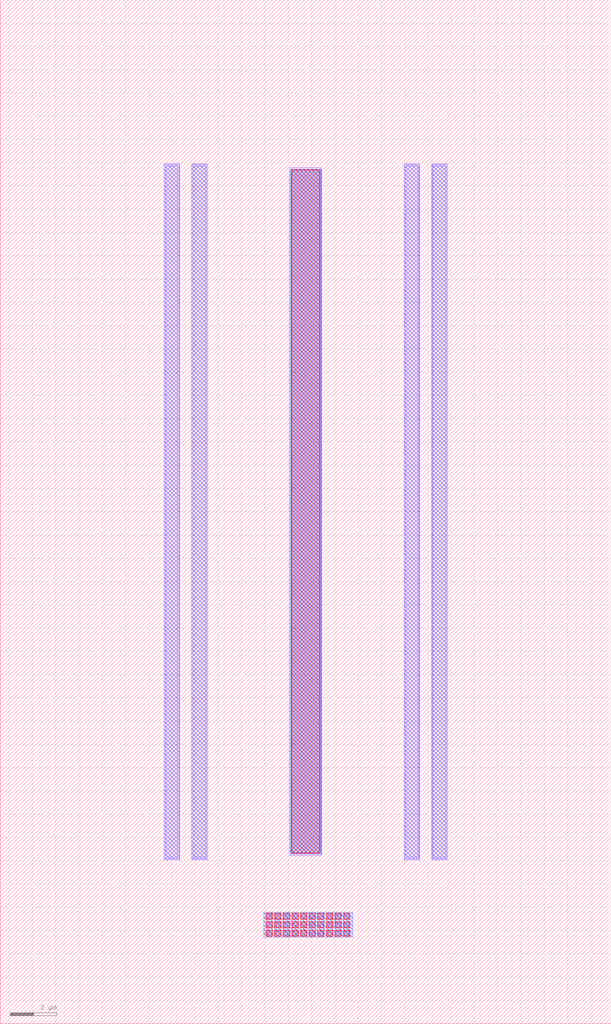
<source format=lef>
# Copyright 2020 The SkyWater PDK Authors
#
# Licensed under the Apache License, Version 2.0 (the "License");
# you may not use this file except in compliance with the License.
# You may obtain a copy of the License at
#
#     https://www.apache.org/licenses/LICENSE-2.0
#
# Unless required by applicable law or agreed to in writing, software
# distributed under the License is distributed on an "AS IS" BASIS,
# WITHOUT WARRANTIES OR CONDITIONS OF ANY KIND, either express or implied.
# See the License for the specific language governing permissions and
# limitations under the License.
#
# SPDX-License-Identifier: Apache-2.0

VERSION 5.7 ;
  NOWIREEXTENSIONATPIN ON ;
  DIVIDERCHAR "/" ;
  BUSBITCHARS "[]" ;
MACRO sky130_fd_pr__rf_nfet_20v0_noptap_iso
  CLASS BLOCK ;
  FOREIGN sky130_fd_pr__rf_nfet_20v0_noptap_iso ;
  ORIGIN  12.38000  7.000000 ;
  SIZE  26.26000 BY  44.00500 ;
  OBS
    LAYER li1 ;
      RECT -5.340000  0.045000 -4.670000 29.955000 ;
      RECT -4.150000  0.045000 -3.480000 29.955000 ;
      RECT -1.045000 -3.285000  2.775000 -2.215000 ;
      RECT  0.075000  0.215000  1.425000 29.785000 ;
      RECT  4.980000  0.045000  5.650000 29.955000 ;
      RECT  6.170000  0.045000  6.840000 29.955000 ;
    LAYER mcon ;
      RECT -5.270000  0.155000 -4.740000 29.845000 ;
      RECT -4.080000  0.155000 -3.550000 29.845000 ;
      RECT -0.900000 -3.205000 -0.730000 -3.035000 ;
      RECT -0.900000 -2.835000 -0.730000 -2.665000 ;
      RECT -0.900000 -2.465000 -0.730000 -2.295000 ;
      RECT -0.530000 -3.205000 -0.360000 -3.035000 ;
      RECT -0.530000 -2.835000 -0.360000 -2.665000 ;
      RECT -0.530000 -2.465000 -0.360000 -2.295000 ;
      RECT -0.160000 -3.205000  0.010000 -3.035000 ;
      RECT -0.160000 -2.835000  0.010000 -2.665000 ;
      RECT -0.160000 -2.465000  0.010000 -2.295000 ;
      RECT  0.125000  0.335000  1.375000 29.665000 ;
      RECT  0.210000 -3.205000  0.380000 -3.035000 ;
      RECT  0.210000 -2.835000  0.380000 -2.665000 ;
      RECT  0.210000 -2.465000  0.380000 -2.295000 ;
      RECT  0.580000 -3.205000  0.750000 -3.035000 ;
      RECT  0.580000 -2.835000  0.750000 -2.665000 ;
      RECT  0.580000 -2.465000  0.750000 -2.295000 ;
      RECT  0.950000 -3.205000  1.120000 -3.035000 ;
      RECT  0.950000 -2.835000  1.120000 -2.665000 ;
      RECT  0.950000 -2.465000  1.120000 -2.295000 ;
      RECT  1.320000 -3.205000  1.490000 -3.035000 ;
      RECT  1.320000 -2.835000  1.490000 -2.665000 ;
      RECT  1.320000 -2.465000  1.490000 -2.295000 ;
      RECT  1.690000 -3.205000  1.860000 -3.035000 ;
      RECT  1.690000 -2.835000  1.860000 -2.665000 ;
      RECT  1.690000 -2.465000  1.860000 -2.295000 ;
      RECT  2.060000 -3.205000  2.230000 -3.035000 ;
      RECT  2.060000 -2.835000  2.230000 -2.665000 ;
      RECT  2.060000 -2.465000  2.230000 -2.295000 ;
      RECT  2.430000 -3.205000  2.600000 -3.035000 ;
      RECT  2.430000 -2.835000  2.600000 -2.665000 ;
      RECT  2.430000 -2.465000  2.600000 -2.295000 ;
      RECT  5.050000  0.155000  5.580000 29.845000 ;
      RECT  6.240000  0.155000  6.770000 29.845000 ;
    LAYER met1 ;
      RECT -5.330000  0.095000 -4.680000 29.905000 ;
      RECT -4.140000  0.095000 -3.490000 29.905000 ;
      RECT -1.045000 -3.285000  2.775000 -2.215000 ;
      RECT  0.065000  0.275000  1.435000 29.725000 ;
      RECT  4.990000  0.095000  5.640000 29.905000 ;
      RECT  6.180000  0.095000  6.830000 29.905000 ;
    LAYER met2 ;
      RECT -1.045000 -3.285000 2.775000 -2.215000 ;
      RECT  0.110000  0.285000 1.390000 29.725000 ;
    LAYER via ;
      RECT -0.945000 -3.250000 -0.685000 -2.990000 ;
      RECT -0.945000 -2.880000 -0.685000 -2.620000 ;
      RECT -0.945000 -2.510000 -0.685000 -2.250000 ;
      RECT -0.575000 -3.250000 -0.315000 -2.990000 ;
      RECT -0.575000 -2.880000 -0.315000 -2.620000 ;
      RECT -0.575000 -2.510000 -0.315000 -2.250000 ;
      RECT -0.205000 -3.250000  0.055000 -2.990000 ;
      RECT -0.205000 -2.880000  0.055000 -2.620000 ;
      RECT -0.205000 -2.510000  0.055000 -2.250000 ;
      RECT  0.140000  0.315000  1.360000 29.695000 ;
      RECT  0.165000 -3.250000  0.425000 -2.990000 ;
      RECT  0.165000 -2.880000  0.425000 -2.620000 ;
      RECT  0.165000 -2.510000  0.425000 -2.250000 ;
      RECT  0.535000 -3.250000  0.795000 -2.990000 ;
      RECT  0.535000 -2.880000  0.795000 -2.620000 ;
      RECT  0.535000 -2.510000  0.795000 -2.250000 ;
      RECT  0.905000 -3.250000  1.165000 -2.990000 ;
      RECT  0.905000 -2.880000  1.165000 -2.620000 ;
      RECT  0.905000 -2.510000  1.165000 -2.250000 ;
      RECT  1.275000 -3.250000  1.535000 -2.990000 ;
      RECT  1.275000 -2.880000  1.535000 -2.620000 ;
      RECT  1.275000 -2.510000  1.535000 -2.250000 ;
      RECT  1.645000 -3.250000  1.905000 -2.990000 ;
      RECT  1.645000 -2.880000  1.905000 -2.620000 ;
      RECT  1.645000 -2.510000  1.905000 -2.250000 ;
      RECT  2.015000 -3.250000  2.275000 -2.990000 ;
      RECT  2.015000 -2.880000  2.275000 -2.620000 ;
      RECT  2.015000 -2.510000  2.275000 -2.250000 ;
      RECT  2.385000 -3.250000  2.645000 -2.990000 ;
      RECT  2.385000 -2.880000  2.645000 -2.620000 ;
      RECT  2.385000 -2.510000  2.645000 -2.250000 ;
  END
END sky130_fd_pr__rf_nfet_20v0_noptap_iso
END LIBRARY

</source>
